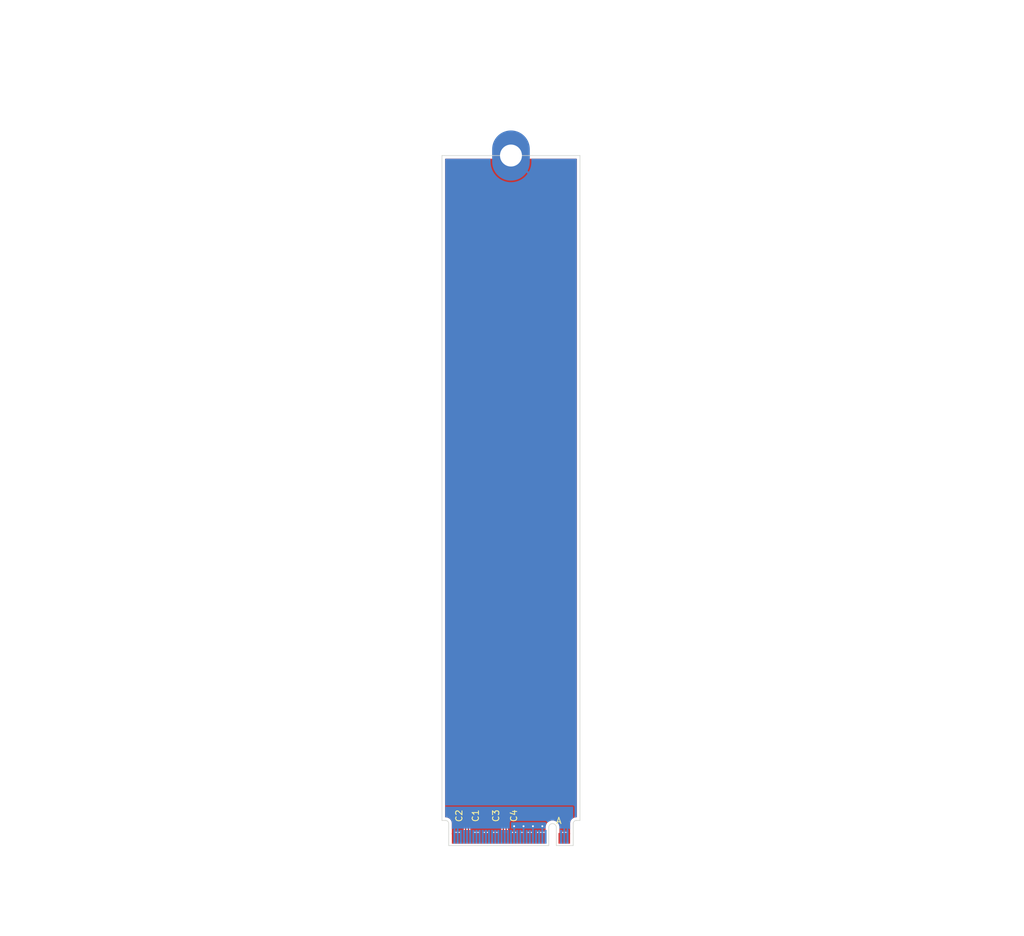
<source format=kicad_pcb>
(kicad_pcb (version 20241229) (generator "pcbnew") (generator_version "9.0")
  (layers (0 "F.Cu" signal) (2 "B.Cu" signal) (13 "F.Paste" user) (15 "B.Paste" user) (5 "F.SilkS" user "F.Silkscreen") (7 "B.SilkS" user "B.Silkscreen") (1 "F.Mask" user) (3 "B.Mask" user) (25 "Edge.Cuts" user))
  (net 0 "")
  (net 1 "GND")
  (net 2 "/M.2 A Key/PET1P")
  (net 3 "/M.2 A Key/PET1N")
  (net 4 "/M.2 A Key/PET0P")
  (net 5 "/M.2 A Key/PET0N")
  (net 6 "/PET1+")
  (net 7 "/PET0-")
  (net 8 "/PET0+")
  (net 9 "/PET1-")
  (net 10 "+3.3V")
  (net 11 "/USB_D+")
  (net 12 "/USB_D-")
  (net 13 "/LED#1")
  (net 14 "/LED#2")
  (net 15 "/DP_MLDIR")
  (net 16 "/DP_ML3-")
  (net 17 "/DP_AUX-")
  (net 18 "/DP_ML3+")
  (net 19 "/DP_AUX+")
  (net 20 "/DP_ML2-")
  (net 21 "/DP_ML1-")
  (net 22 "/DP_ML2+")
  (net 23 "/DP_ML1+")
  (net 24 "/DP_HPD")
  (net 25 "/DP_ML0-")
  (net 26 "/DP_ML0+")
  (net 27 "/PER0-")
  (net 28 "/PER0+")
  (net 34 "/REFCLK0+")
  (net 36 "/REFCLK0-")
  (net 37 "/SUSCLK")
  (net 38 "/PERST0#")
  (net 39 "/CLKREQ0#")
  (net 40 "/W_DISABLE2#")
  (net 41 "/PEWAKE0#")
  (net 42 "/W_DISABLE1#")
  (net 43 "/I2C_DATA")
  (net 44 "/PER1+")
  (net 45 "/I2C_CLK")
  (net 46 "/PER1-")
  (net 47 "/ALERT#")
  (net 49 "/PERST1#")
  (net 50 "/CLKREQ1#")
  (net 51 "/PEWAKE1#")
  (net 52 "/REFCLK1+")
  (net 53 "/REFCLK1-")
  (footprint "Capacitor_SMD:C_0201_0603Metric" (layer "F.Cu") (at 107.914916 154.544 90)
    (property "Reference" "C3" (at 0 -1.05 90) (layer "F.SilkS"))
    (property "Value" "220nF")
    (pad "1" smd roundrect (at -0.32 0 90) (size 0.46 0.4) (layers "F.Cu" "F.Mask") (net 5 "/M.2 A Key/PET0N"))
    (pad "2" smd roundrect (at 0.32 0 90) (size 0.46 0.4) (layers "F.Cu" "F.Mask") (net 7 "/PET0-"))
  )
  (footprint "Capacitor_SMD:C_0201_0603Metric" (layer "F.Cu") (at 102.614916 154.544 90)
    (property "Reference" "C1" (at 0.005 1.009 90) (layer "F.SilkS"))
    (property "Value" "220nF")
    (pad "1" smd roundrect (at -0.32 0 90) (size 0.46 0.4) (layers "F.Cu" "F.Mask") (net 2 "/M.2 A Key/PET1P"))
    (pad "2" smd roundrect (at 0.32 0 90) (size 0.46 0.4) (layers "F.Cu" "F.Mask") (net 6 "/PET1+"))
  )
  (footprint "Capacitor_SMD:C_0201_0603Metric" (layer "F.Cu") (at 108.614916 154.544 90)
    (property "Reference" "C4" (at 0 1.109 90) (layer "F.SilkS"))
    (property "Value" "220nF")
    (pad "1" smd roundrect (at -0.32 0 90) (size 0.46 0.4) (layers "F.Cu" "F.Mask") (net 4 "/M.2 A Key/PET0P"))
    (pad "2" smd roundrect (at 0.32 0 90) (size 0.46 0.4) (layers "F.Cu" "F.Mask") (net 8 "/PET0+"))
  )
  (footprint "PCIexpress:M.2 Mounting Pad" (layer "F.Cu") (at 109.264916 129.29)
    (property "Reference" "H1")
    (property "Value" "MountingHole_Pad")
    (pad "1" thru_hole circle (at 0 -80) (size 5.5 5.5) (drill 3.5) (property pad_prop_castellated) (layers "*.Cu" "*.Mask") (net 1 "GND") (padstack (mode front_inner_back) (layer "Inner" (shape circle) (size 5.5 5.5)) (layer "B.Cu" (shape oval) (size 6 8))))
  )
  (footprint "Capacitor_SMD:C_0201_0603Metric" (layer "F.Cu") (at 101.914916 154.544 90)
    (property "Reference" "C2" (at -0.005 -0.921 90) (layer "F.SilkS"))
    (property "Value" "220nF")
    (pad "1" smd roundrect (at -0.32 0 90) (size 0.46 0.4) (layers "F.Cu" "F.Mask") (net 3 "/M.2 A Key/PET1N"))
    (pad "2" smd roundrect (at 0.32 0 90) (size 0.46 0.4) (layers "F.Cu" "F.Mask") (net 9 "/PET1-"))
  )
  (footprint "PCIexpress:M.2 A Key Connector" (layer "F.Cu") (at 109.264916 158.18)
    (property "Reference" "J1")
    (property "Value" "~")
    (fp_line (start -11 -2.89) (end -10.425 -2.89) (stroke (width 0.1)) (layer "Edge.Cuts"))
    (fp_line (start -9.925 -2.39) (end -9.925 1.11) (stroke (width 0.1)) (layer "Edge.Cuts"))
    (fp_line (start 6.025 -1.79) (end 6.025 1.11) (stroke (width 0.1)) (layer "Edge.Cuts"))
    (fp_line (start 6.025 1.11) (end -9.925 1.11) (stroke (width 0.1)) (layer "Edge.Cuts"))
    (fp_line (start 7.225 -1.79) (end 7.225 1.11) (stroke (width 0.1)) (layer "Edge.Cuts"))
    (fp_line (start 7.225 1.11) (end 9.925 1.11) (stroke (width 0.1)) (layer "Edge.Cuts"))
    (fp_line (start 9.925 -2.39) (end 9.925 1.11) (stroke (width 0.1)) (layer "Edge.Cuts"))
    (fp_line (start 10.425 -2.89) (end 11 -2.89) (stroke (width 0.1)) (layer "Edge.Cuts"))
    (fp_arc (start -10.425 -2.89) (mid -10.071447 -2.743553) (end -9.925 -2.39) (stroke (width 0.1)) (layer "Edge.Cuts"))
    (fp_arc (start 6.025 -1.79) (mid 6.625 -2.39) (end 7.225 -1.79) (stroke (width 0.1)) (layer "Edge.Cuts"))
    (fp_arc (start 9.925 -2.39) (mid 10.071447 -2.743553) (end 10.425 -2.89) (stroke (width 0.1)) (layer "Edge.Cuts"))
    (fp_text user "A" (at 7.1 -2.255 0) (layer "F.SilkS") (effects (justify left bottom)))
    (pad "1" smd rect (at 9.25 -0.04 180) (size 0.35 1.7) (layers "F.Cu") (net 1 "GND"))
    (pad "2" smd rect (at 9 -0.29 180) (size 0.35 2.2) (layers "B.Cu") (net 10 "+3.3V"))
    (pad "3" smd rect (at 8.75 -0.04 180) (size 0.35 1.7) (layers "F.Cu") (net 11 "/USB_D+"))
    (pad "4" smd rect (at 8.5 -0.29 180) (size 0.35 2.2) (layers "B.Cu") (net 10 "+3.3V"))
    (pad "5" smd rect (at 8.25 -0.04 180) (size 0.35 1.7) (layers "F.Cu") (net 12 "/USB_D-"))
    (pad "6" smd rect (at 8 -0.29 180) (size 0.35 2.2) (layers "B.Cu") (net 13 "/LED#1"))
    (pad "7" smd rect (at 7.75 -0.04 180) (size 0.35 1.7) (layers "F.Cu") (net 1 "GND"))
    (pad "16" smd rect (at 5.5 -0.29 180) (size 0.35 2.2) (layers "B.Cu") (net 14 "/LED#2"))
    (pad "17" smd rect (at 5.25 -0.04 180) (size 0.35 1.7) (layers "F.Cu") (net 15 "/DP_MLDIR"))
    (pad "18" smd rect (at 5 -0.29 180) (size 0.35 2.2) (layers "B.Cu") (net 1 "GND"))
    (pad "19" smd rect (at 4.75 -0.04 180) (size 0.35 1.7) (layers "F.Cu") (net 16 "/DP_ML3-"))
    (pad "20" smd rect (at 4.5 -0.29 180) (size 0.35 2.2) (layers "B.Cu") (net 17 "/DP_AUX-"))
    (pad "21" smd rect (at 4.25 -0.04 180) (size 0.35 1.7) (layers "F.Cu") (net 18 "/DP_ML3+"))
    (pad "22" smd rect (at 4 -0.29 180) (size 0.35 2.2) (layers "B.Cu") (net 19 "/DP_AUX+"))
    (pad "23" smd rect (at 3.75 -0.04 180) (size 0.35 1.7) (layers "F.Cu") (net 1 "GND"))
    (pad "24" smd rect (at 3.5 -0.29 180) (size 0.35 2.2) (layers "B.Cu") (net 1 "GND"))
    (pad "25" smd rect (at 3.25 -0.04 180) (size 0.35 1.7) (layers "F.Cu") (net 20 "/DP_ML2-"))
    (pad "26" smd rect (at 3 -0.29 180) (size 0.35 2.2) (layers "B.Cu") (net 21 "/DP_ML1-"))
    (pad "27" smd rect (at 2.75 -0.04 180) (size 0.35 1.7) (layers "F.Cu") (net 22 "/DP_ML2+"))
    (pad "28" smd rect (at 2.5 -0.29 180) (size 0.35 2.2) (layers "B.Cu") (net 23 "/DP_ML1+"))
    (pad "29" smd rect (at 2.25 -0.04 180) (size 0.35 1.7) (layers "F.Cu") (net 1 "GND"))
    (pad "30" smd rect (at 2 -0.29 180) (size 0.35 2.2) (layers "B.Cu") (net 1 "GND"))
    (pad "31" smd rect (at 1.75 -0.04 180) (size 0.35 1.7) (layers "F.Cu") (net 24 "/DP_HPD"))
    (pad "32" smd rect (at 1.5 -0.29 180) (size 0.35 2.2) (layers "B.Cu") (net 25 "/DP_ML0-"))
    (pad "33" smd rect (at 1.25 -0.04 180) (size 0.35 1.7) (layers "F.Cu") (net 1 "GND"))
    (pad "34" smd rect (at 1 -0.29 180) (size 0.35 2.2) (layers "B.Cu") (net 26 "/DP_ML0+"))
    (pad "35" smd rect (at 0.75 -0.04 180) (size 0.35 1.7) (layers "F.Cu") (net 27 "/PER0-"))
    (pad "36" smd rect (at 0.5 -0.29 180) (size 0.35 2.2) (layers "B.Cu") (net 1 "GND"))
    (pad "37" smd rect (at 0.25 -0.04 180) (size 0.35 1.7) (layers "F.Cu") (net 28 "/PER0+"))
    (pad "38" smd rect (at 0 -0.29 180) (size 0.35 2.2) (layers "B.Cu"))
    (pad "39" smd rect (at -0.25 -0.04 180) (size 0.35 1.7) (layers "F.Cu") (net 1 "GND"))
    (pad "40" smd rect (at -0.5 -0.29 180) (size 0.35 2.2) (layers "B.Cu"))
    (pad "41" smd rect (at -0.75 -0.04 180) (size 0.35 1.7) (layers "F.Cu") (net 4 "/M.2 A Key/PET0P"))
    (pad "42" smd rect (at -1 -0.29 180) (size 0.35 2.2) (layers "B.Cu"))
    (pad "43" smd rect (at -1.25 -0.04 180) (size 0.35 1.7) (layers "F.Cu") (net 5 "/M.2 A Key/PET0N"))
    (pad "44" smd rect (at -1.5 -0.29 180) (size 0.35 2.2) (layers "B.Cu"))
    (pad "45" smd rect (at -1.75 -0.04 180) (size 0.35 1.7) (layers "F.Cu") (net 1 "GND"))
    (pad "46" smd rect (at -2 -0.29 180) (size 0.35 2.2) (layers "B.Cu"))
    (pad "47" smd rect (at -2.25 -0.04 180) (size 0.35 1.7) (layers "F.Cu") (net 34 "/REFCLK0+"))
    (pad "48" smd rect (at -2.5 -0.29 180) (size 0.35 2.2) (layers "B.Cu"))
    (pad "49" smd rect (at -2.75 -0.04 180) (size 0.35 1.7) (layers "F.Cu") (net 36 "/REFCLK0-"))
    (pad "50" smd rect (at -3 -0.29 180) (size 0.35 2.2) (layers "B.Cu") (net 37 "/SUSCLK"))
    (pad "51" smd rect (at -3.25 -0.04 180) (size 0.35 1.7) (layers "F.Cu") (net 1 "GND"))
    (pad "52" smd rect (at -3.5 -0.29 180) (size 0.35 2.2) (layers "B.Cu") (net 38 "/PERST0#"))
    (pad "53" smd rect (at -3.75 -0.04 180) (size 0.35 1.7) (layers "F.Cu") (net 39 "/CLKREQ0#"))
    (pad "54" smd rect (at -4 -0.29 180) (size 0.35 2.2) (layers "B.Cu") (net 40 "/W_DISABLE2#"))
    (pad "55" smd rect (at -4.25 -0.04 180) (size 0.35 1.7) (layers "F.Cu") (net 41 "/PEWAKE0#"))
    (pad "56" smd rect (at -4.5 -0.29 180) (size 0.35 2.2) (layers "B.Cu") (net 42 "/W_DISABLE1#"))
    (pad "57" smd rect (at -4.75 -0.04 180) (size 0.35 1.7) (layers "F.Cu") (net 1 "GND"))
    (pad "58" smd rect (at -5 -0.29 180) (size 0.35 2.2) (layers "B.Cu") (net 43 "/I2C_DATA"))
    (pad "59" smd rect (at -5.25 -0.04 180) (size 0.35 1.7) (layers "F.Cu") (net 44 "/PER1+"))
    (pad "60" smd rect (at -5.5 -0.29 180) (size 0.35 2.2) (layers "B.Cu") (net 45 "/I2C_CLK"))
    (pad "61" smd rect (at -5.75 -0.04 180) (size 0.35 1.7) (layers "F.Cu") (net 46 "/PER1-"))
    (pad "62" smd rect (at -6 -0.29 180) (size 0.35 2.2) (layers "B.Cu") (net 47 "/ALERT#"))
    (pad "63" smd rect (at -6.25 -0.04 180) (size 0.35 1.7) (layers "F.Cu") (net 1 "GND"))
    (pad "64" smd rect (at -6.5 -0.29 180) (size 0.35 2.2) (layers "B.Cu"))
    (pad "65" smd rect (at -6.75 -0.04 180) (size 0.35 1.7) (layers "F.Cu") (net 2 "/M.2 A Key/PET1P"))
    (pad "66" smd rect (at -7 -0.29 180) (size 0.35 2.2) (layers "B.Cu") (net 49 "/PERST1#"))
    (pad "67" smd rect (at -7.25 -0.04 180) (size 0.35 1.7) (layers "F.Cu") (net 3 "/M.2 A Key/PET1N"))
    (pad "68" smd rect (at -7.5 -0.29 180) (size 0.35 2.2) (layers "B.Cu") (net 50 "/CLKREQ1#"))
    (pad "69" smd rect (at -7.75 -0.04 180) (size 0.35 1.7) (layers "F.Cu") (net 1 "GND"))
    (pad "70" smd rect (at -8 -0.29 180) (size 0.35 2.2) (layers "B.Cu") (net 51 "/PEWAKE1#"))
    (pad "71" smd rect (at -8.25 -0.04 180) (size 0.35 1.7) (layers "F.Cu") (net 52 "/REFCLK1+"))
    (pad "72" smd rect (at -8.5 -0.29 180) (size 0.35 2.2) (layers "B.Cu") (net 10 "+3.3V"))
    (pad "73" smd rect (at -8.75 -0.04 180) (size 0.35 1.7) (layers "F.Cu") (net 53 "/REFCLK1-"))
    (pad "74" smd rect (at -9 -0.29 180) (size 0.35 2.2) (layers "B.Cu") (net 10 "+3.3V"))
    (pad "75" smd rect (at -9.25 -0.04 180) (size 0.35 1.7) (layers "F.Cu") (net 1 "GND"))
  )
  (gr_line (start 120.264916 155.29) (end 120.264916 49.29) (stroke (width 0.1)) (layer "Edge.Cuts"))
  (gr_line (start 98.264916 49.29) (end 98.264916 155.29) (stroke (width 0.1)) (layer "Edge.Cuts"))
  (gr_line (start 120.264916 49.29) (end 98.264916 49.29) (stroke (width 0.1)) (layer "Edge.Cuts"))
  (via (at 111.264916 156.209) (size 0.6) (drill 0.3) (layers "F.Cu" "B.Cu") (net 1))
  (via (at 109.764916 156.209) (size 0.6) (drill 0.3) (layers "F.Cu" "B.Cu") (net 1))
  (via (at 112.764916 156.209) (size 0.6) (drill 0.3) (layers "F.Cu" "B.Cu") (net 1))
  (via (at 114.264916 156.209) (size 0.6) (drill 0.3) (layers "F.Cu" "B.Cu") (net 1))
  (segment (start 102.514916 156.864999) (end 102.489916 156.839999) (width 0.2) (layer "F.Cu") (net 2))
  (segment (start 102.614916 155.209001) (end 102.614916 154.864) (width 0.2) (layer "F.Cu") (net 2))
  (segment (start 102.514916 158.14) (end 102.514916 156.864999) (width 0.2) (layer "F.Cu") (net 2))
  (segment (start 102.489916 156.839999) (end 102.489916 155.334001) (width 0.2) (layer "F.Cu") (net 2))
  (segment (start 102.489916 155.334001) (end 102.614916 155.209001) (width 0.2) (layer "F.Cu") (net 2))
  (segment (start 102.014916 156.864999) (end 102.039916 156.839999) (width 0.2) (layer "F.Cu") (net 3))
  (segment (start 101.914916 155.209001) (end 101.914916 154.864) (width 0.2) (layer "F.Cu") (net 3))
  (segment (start 102.039916 155.334001) (end 101.914916 155.209001) (width 0.2) (layer "F.Cu") (net 3))
  (segment (start 102.039916 156.839999) (end 102.039916 155.334001) (width 0.2) (layer "F.Cu") (net 3))
  (segment (start 102.014916 158.14) (end 102.014916 156.864999) (width 0.2) (layer "F.Cu") (net 3))
  (segment (start 108.489916 156.839999) (end 108.489916 155.334001) (width 0.2) (layer "F.Cu") (net 4))
  (segment (start 108.489916 155.334001) (end 108.614916 155.209001) (width 0.2) (layer "F.Cu") (net 4))
  (segment (start 108.514916 156.864999) (end 108.489916 156.839999) (width 0.2) (layer "F.Cu") (net 4))
  (segment (start 108.514916 158.14) (end 108.514916 156.864999) (width 0.2) (layer "F.Cu") (net 4))
  (segment (start 108.614916 155.209001) (end 108.614916 154.864) (width 0.2) (layer "F.Cu") (net 4))
  (segment (start 108.014916 158.14) (end 108.014916 156.864999) (width 0.2) (layer "F.Cu") (net 5))
  (segment (start 107.914916 155.209001) (end 107.914916 154.864) (width 0.2) (layer "F.Cu") (net 5))
  (segment (start 108.014916 156.864999) (end 108.039916 156.839999) (width 0.2) (layer "F.Cu") (net 5))
  (segment (start 108.039916 156.839999) (end 108.039916 155.334001) (width 0.2) (layer "F.Cu") (net 5))
  (segment (start 108.039916 155.334001) (end 107.914916 155.209001) (width 0.2) (layer "F.Cu") (net 5))
  (zone (net 1) (net_name "GND") (layers "F.Cu" "B.Cu") (connect_pads (clearance 0.2)) (min_thickness 0.15) (fill yes (thermal_gap 0.25) (thermal_bridge_width 0.35))
    (polygon (pts (xy 98.26084 49.294) (xy 120.26084 49.294) (xy 120.265 157.48) (xy 98.265 157.48)))
  )
  (zone (net 1) (net_name "GND") (layer "B.Cu") (priority 2) (connect_pads (clearance 0.2)) (min_thickness 0.15) (fill yes (thermal_gap 0.25) (thermal_bridge_width 0.35))
    (polygon (pts (xy 109.273916 156.594) (xy 109.273916 155.569) (xy 114.828916 155.569) (xy 114.828916 156.594)))
  )
  (zone (net 10) (net_name "+3.3V") (layer "B.Cu") (priority 1) (connect_pads (clearance 0.2)) (min_thickness 0.1) (fill yes (thermal_gap 0.2) (thermal_bridge_width 0.25))
    (polygon (pts (xy 119.183916 157.474) (xy 119.183916 153.109) (xy 119.168916 153.094) (xy 98.713916 153.094) (xy 98.713916 157.724) (xy 118.933916 157.724)))
  )
)
</source>
